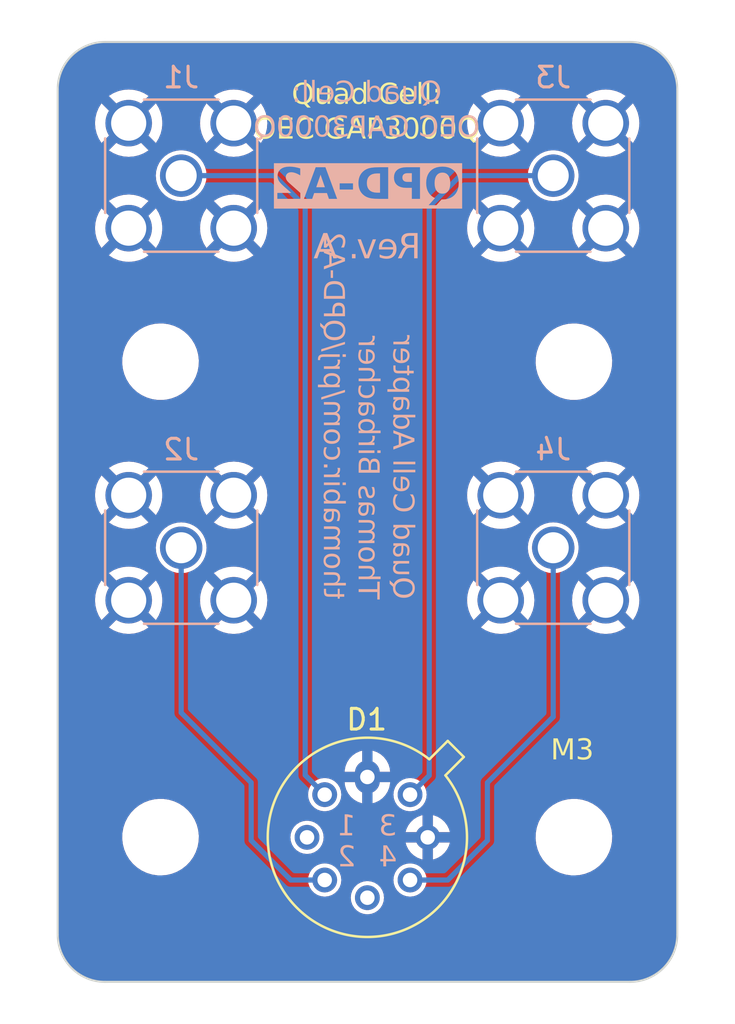
<source format=kicad_pcb>
(kicad_pcb (version 20221018) (generator pcbnew)
  (title_block (title "QPD-A2 Quad Cell Adapter") (date "2024-01-24") (rev "A") (company "Thomas Birbacher") (comment 1 "Quad Cell: OEC GAP3000Q") (comment 2 "Breaks out a TO-5-8 Quad Cell to four SMA connectors."))
  (layers (0 "F.Cu" signal) (31 "B.Cu" signal) (34 "B.Paste" user) (35 "F.Paste" user) (36 "B.SilkS" user "B.Silkscreen") (37 "F.SilkS" user "F.Silkscreen") (38 "B.Mask" user) (39 "F.Mask" user) (44 "Edge.Cuts" user))
  (net 0 "")
  (net 1 "Net-(D1-Anode_C)")
  (net 2 "Net-(D1-Anode_A)")
  (net 3 "Net-(D1-Anode_B)")
  (net 4 "Net-(D1-Anode_D)")
  (net 5 "GND")
  (footprint "MountingHole:MountingHole_3.2mm_M3_DIN965" (layer "F.Cu") (at 117.682 89.012)
    (fp_text reference "H4" hide)
    (fp_text value "MountingHole" hide)
    (pad "" np_thru_hole circle (at 0 0) (size 3.2 3.2) (drill 3.2) (layers "*.Cu" "*.Mask"))
  )
  (footprint "MountingHole:MountingHole_3.2mm_M3_DIN965" (layer "F.Cu") (at 97.682 66.012)
    (fp_text reference "H2" hide)
    (fp_text value "MountingHole" hide)
    (pad "" np_thru_hole circle (at 0 0) (size 3.2 3.2) (drill 3.2) (layers "*.Cu" "*.Mask"))
  )
  (footprint "MountingHole:MountingHole_3.2mm_M3_DIN965" (layer "F.Cu") (at 117.682 66.012)
    (fp_text reference "H1" hide)
    (fp_text value "MountingHole" hide)
    (pad "" np_thru_hole circle (at 0 0) (size 3.2 3.2) (drill 3.2) (layers "*.Cu" "*.Mask"))
  )
  (footprint "MountingHole:MountingHole_3.2mm_M3_DIN965" (layer "F.Cu") (at 97.682 89.012)
    (fp_text reference "H3" hide)
    (fp_text value "MountingHole" hide)
    (pad "" np_thru_hole circle (at 0 0) (size 3.2 3.2) (drill 3.2) (layers "*.Cu" "*.Mask"))
  )
  (footprint "user_Package_TO_SOT_THT:TO-5-8 OEC GAPQ3000" (layer "F.Cu") (at 107.698 89.072267 -45)
    (fp_text reference "D1" (at -4.091509 -4.032112 180) (layer "F.SilkS"))
    (fp_text value "quadrant_photodiode" hide)
    (fp_line (start -0.592 -6.078784) (end -0.592 -4.818784) (stroke (width 0.12)) (layer "F.SilkS"))
    (fp_line (start 0.508 -6.078784) (end -0.592 -6.078784) (stroke (width 0.12)) (layer "F.SilkS"))
    (fp_line (start 0.508 -4.818784) (end 0.508 -6.078784) (stroke (width 0.12)) (layer "F.SilkS"))
    (fp_arc (start 0.508 -4.818784) (mid -0.042186 4.789733) (end -0.591636 -4.818826) (stroke (width 0.12)) (layer "F.SilkS"))
    (pad "1" thru_hole oval (at -0.042 -2.950267 270) (size 1.2 1.2) (drill 0.7) (layers "*.Cu" "*.Mask") (net 1 "Net-(D1-Anode_C)"))
    (pad "2" thru_hole oval (at -2.106752 -2.095019 270) (size 1.6 1.2) (drill 0.7) (layers "*.Cu" "*.Mask") (net 5 "GND"))
    (pad "3" thru_hole oval (at -2.962 -0.030267 270) (size 1.2 1.2) (drill 0.7) (layers "*.Cu" "*.Mask") (net 2 "Net-(D1-Anode_A)"))
    (pad "4" thru_hole oval (at -2.106752 2.034485 270) (size 1.2 1.2) (drill 0.7) (layers "*.Cu" "*.Mask"))
    (pad "5" thru_hole oval (at -0.042 2.889733 270) (size 1.2 1.2) (drill 0.7) (layers "*.Cu" "*.Mask") (net 3 "Net-(D1-Anode_B)"))
    (pad "6" thru_hole oval (at 2.022752 2.034485 270) (size 1.2 1.2) (drill 0.7) (layers "*.Cu" "*.Mask"))
    (pad "7" thru_hole oval (at 2.878 -0.030267 270) (size 1.2 1.2) (drill 0.7) (layers "*.Cu" "*.Mask") (net 4 "Net-(D1-Anode_D)"))
    (pad "8" thru_hole oval (at 2.022752 -2.095019 270) (size 1.2 1.2) (drill 0.7) (layers "*.Cu" "*.Mask") (net 5 "GND"))
  )
  (footprint "Connector_Coaxial:SMA_Amphenol_132134_Vertical" (layer "B.Cu") (at 98.682 75.012 180)
    (fp_text reference "J2" (at 0 4.75) (layer "B.SilkS") (effects (justify mirror)))
    (fp_text value "SMA" hide)
    (fp_line (start -3.68 1.8) (end -3.68 -1.8) (stroke (width 0.12)) (layer "B.SilkS"))
    (fp_line (start -1.8 -3.68) (end 1.8 -3.68) (stroke (width 0.12)) (layer "B.SilkS"))
    (fp_line (start -1.8 3.68) (end 1.8 3.68) (stroke (width 0.12)) (layer "B.SilkS"))
    (fp_line (start 3.68 1.8) (end 3.68 -1.8) (stroke (width 0.12)) (layer "B.SilkS"))
    (pad "1" thru_hole circle (at 0 0 180) (size 2.05 2.05) (drill 1.5) (layers "*.Cu" "*.Mask") (net 3 "Net-(D1-Anode_B)"))
    (pad "2" thru_hole circle (at -2.54 -2.54 180) (size 2.25 2.25) (drill 1.7) (layers "*.Cu" "*.Mask") (net 5 "GND"))
    (pad "2" thru_hole circle (at -2.54 2.54 180) (size 2.25 2.25) (drill 1.7) (layers "*.Cu" "*.Mask") (net 5 "GND"))
    (pad "2" thru_hole circle (at 2.54 -2.54 180) (size 2.25 2.25) (drill 1.7) (layers "*.Cu" "*.Mask") (net 5 "GND"))
    (pad "2" thru_hole circle (at 2.54 2.54 180) (size 2.25 2.25) (drill 1.7) (layers "*.Cu" "*.Mask") (net 5 "GND"))
  )
  (footprint "Connector_Coaxial:SMA_Amphenol_132134_Vertical" (layer "B.Cu") (at 116.682 75.012 180)
    (fp_text reference "J4" (at 0 4.75) (layer "B.SilkS") (effects (justify mirror)))
    (fp_text value "SMA" hide)
    (fp_line (start -3.68 1.8) (end -3.68 -1.8) (stroke (width 0.12)) (layer "B.SilkS"))
    (fp_line (start -1.8 -3.68) (end 1.8 -3.68) (stroke (width 0.12)) (layer "B.SilkS"))
    (fp_line (start -1.8 3.68) (end 1.8 3.68) (stroke (width 0.12)) (layer "B.SilkS"))
    (fp_line (start 3.68 1.8) (end 3.68 -1.8) (stroke (width 0.12)) (layer "B.SilkS"))
    (pad "1" thru_hole circle (at 0 0 180) (size 2.05 2.05) (drill 1.5) (layers "*.Cu" "*.Mask") (net 4 "Net-(D1-Anode_D)"))
    (pad "2" thru_hole circle (at -2.54 -2.54 180) (size 2.25 2.25) (drill 1.7) (layers "*.Cu" "*.Mask") (net 5 "GND"))
    (pad "2" thru_hole circle (at -2.54 2.54 180) (size 2.25 2.25) (drill 1.7) (layers "*.Cu" "*.Mask") (net 5 "GND"))
    (pad "2" thru_hole circle (at 2.54 -2.54 180) (size 2.25 2.25) (drill 1.7) (layers "*.Cu" "*.Mask") (net 5 "GND"))
    (pad "2" thru_hole circle (at 2.54 2.54 180) (size 2.25 2.25) (drill 1.7) (layers "*.Cu" "*.Mask") (net 5 "GND"))
  )
  (footprint "Connector_Coaxial:SMA_Amphenol_132134_Vertical" (layer "B.Cu") (at 98.682 57.012 180)
    (fp_text reference "J1" (at 0 4.75) (layer "B.SilkS") (effects (justify mirror)))
    (fp_text value "SMA" hide)
    (fp_line (start -3.68 1.8) (end -3.68 -1.8) (stroke (width 0.12)) (layer "B.SilkS"))
    (fp_line (start -1.8 -3.68) (end 1.8 -3.68) (stroke (width 0.12)) (layer "B.SilkS"))
    (fp_line (start -1.8 3.68) (end 1.8 3.68) (stroke (width 0.12)) (layer "B.SilkS"))
    (fp_line (start 3.68 1.8) (end 3.68 -1.8) (stroke (width 0.12)) (layer "B.SilkS"))
    (pad "1" thru_hole circle (at 0 0 180) (size 2.05 2.05) (drill 1.5) (layers "*.Cu" "*.Mask") (net 2 "Net-(D1-Anode_A)"))
    (pad "2" thru_hole circle (at -2.54 -2.54 180) (size 2.25 2.25) (drill 1.7) (layers "*.Cu" "*.Mask") (net 5 "GND"))
    (pad "2" thru_hole circle (at -2.54 2.54 180) (size 2.25 2.25) (drill 1.7) (layers "*.Cu" "*.Mask") (net 5 "GND"))
    (pad "2" thru_hole circle (at 2.54 -2.54 180) (size 2.25 2.25) (drill 1.7) (layers "*.Cu" "*.Mask") (net 5 "GND"))
    (pad "2" thru_hole circle (at 2.54 2.54 180) (size 2.25 2.25) (drill 1.7) (layers "*.Cu" "*.Mask") (net 5 "GND"))
  )
  (footprint "Connector_Coaxial:SMA_Amphenol_132134_Vertical" (layer "B.Cu") (at 116.682 57.012 180)
    (fp_text reference "J3" (at 0 4.75) (layer "B.SilkS") (effects (justify mirror)))
    (fp_text value "SMA" hide)
    (fp_line (start -3.68 1.8) (end -3.68 -1.8) (stroke (width 0.12)) (layer "B.SilkS"))
    (fp_line (start -1.8 -3.68) (end 1.8 -3.68) (stroke (width 0.12)) (layer "B.SilkS"))
    (fp_line (start -1.8 3.68) (end 1.8 3.68) (stroke (width 0.12)) (layer "B.SilkS"))
    (fp_line (start 3.68 1.8) (end 3.68 -1.8) (stroke (width 0.12)) (layer "B.SilkS"))
    (pad "1" thru_hole circle (at 0 0 180) (size 2.05 2.05) (drill 1.5) (layers "*.Cu" "*.Mask") (net 1 "Net-(D1-Anode_C)"))
    (pad "2" thru_hole circle (at -2.54 -2.54 180) (size 2.25 2.25) (drill 1.7) (layers "*.Cu" "*.Mask") (net 5 "GND"))
    (pad "2" thru_hole circle (at -2.54 2.54 180) (size 2.25 2.25) (drill 1.7) (layers "*.Cu" "*.Mask") (net 5 "GND"))
    (pad "2" thru_hole circle (at 2.54 -2.54 180) (size 2.25 2.25) (drill 1.7) (layers "*.Cu" "*.Mask") (net 5 "GND"))
    (pad "2" thru_hole circle (at 2.54 2.54 180) (size 2.25 2.25) (drill 1.7) (layers "*.Cu" "*.Mask") (net 5 "GND"))
  )
  (gr_line (start 122.682 52.832) (end 122.682 93.726) (stroke (width 0.1)) (layer "Edge.Cuts"))
  (gr_arc (start 120.396 50.546) (mid 122.012446 51.215554) (end 122.682 52.832) (stroke (width 0.1)) (layer "Edge.Cuts"))
  (gr_line (start 94.996 50.546) (end 120.396 50.546) (stroke (width 0.1)) (layer "Edge.Cuts"))
  (gr_line (start 120.396 96.012) (end 94.996 96.012) (stroke (width 0.1)) (layer "Edge.Cuts"))
  (gr_arc (start 92.71 52.832) (mid 93.379554 51.215554) (end 94.996 50.546) (stroke (width 0.1)) (layer "Edge.Cuts"))
  (gr_line (start 92.71 93.726) (end 92.71 52.832) (stroke (width 0.1)) (layer "Edge.Cuts"))
  (gr_arc (start 122.682 93.726) (mid 122.012446 95.342446) (end 120.396 96.012) (stroke (width 0.1)) (layer "Edge.Cuts"))
  (gr_arc (start 94.996 96.012) (mid 93.379554 95.342446) (end 92.71 93.726) (stroke (width 0.1)) (layer "Edge.Cuts"))
  (gr_text "3" (at 108.682 88.512) (layer "B.SilkS") (effects (font (size 1 1) (thickness 0.1875)) (justify mirror)))
  (gr_text "Quad Cell Adapter\nThomas Birbacher\nthomabir.com/prj/QPD-A2" (at 107.682 77.512 270) (layer "B.SilkS") (effects (font (size 1 1) (thickness 0.125)) (justify left mirror)))
  (gr_text "1" (at 106.682 88.512) (layer "B.SilkS") (effects (font (size 1 1) (thickness 0.1875)) (justify mirror)))
  (gr_text "4" (at 108.682 90.012) (layer "B.SilkS") (effects (font (size 1 1) (thickness 0.1875)) (justify mirror)))
  (gr_text "2" (at 106.682 90.012) (layer "B.SilkS") (effects (font (size 1 1) (thickness 0.1875)) (justify mirror)))
  (gr_text "Quad Cell:\nOEC GAP3000Q" (at 107.656 53.864) (layer "B.SilkS") (effects (font (size 1 1) (thickness 0.125)) (justify mirror)))
  (gr_text "Rev. A" (at 107.682 60.512) (layer "B.SilkS") (effects (font (size 1.2 1.2) (thickness 0.125)) (justify mirror)))
  (gr_text "QPD-A2" (at 107.682 57.512) (layer "B.SilkS" knockout) (effects (font (size 1.5 1.5) (thickness 0.3) bold) (justify mirror)))
  (gr_text "M3" (at 117.602 84.836) (layer "F.SilkS") (effects (font (size 1 1) (thickness 0.1875))))
  (gr_text "Quad Cell:\nOEC GAP3000Q" (at 107.656 55.388) (layer "F.SilkS") (effects (font (size 1 1)) (justify bottom)))
  (segment (start 112.182 57.012) (end 116.682 57.012) (width 0.25) (layer "B.Cu") (net 1))
  (segment (start 110.682 86.02887) (end 110.682 58.512) (width 0.25) (layer "B.Cu") (net 1))
  (segment (start 110.682 58.512) (end 112.182 57.012) (width 0.25) (layer "B.Cu") (net 1))
  (segment (start 109.754455 86.956415) (end 110.682 86.02887) (width 0.25) (layer "B.Cu") (net 1))
  (segment (start 104.682 58.512) (end 103.182 57.012) (width 0.25) (layer "B.Cu") (net 2))
  (segment (start 103.182 57.012) (end 98.682 57.012) (width 0.25) (layer "B.Cu") (net 2))
  (segment (start 105.624952 86.956415) (end 104.682 86.013463) (width 0.25) (layer "B.Cu") (net 2))
  (segment (start 104.682 86.013463) (end 104.682 58.512) (width 0.25) (layer "B.Cu") (net 2))
  (segment (start 105.624952 91.085918) (end 103.983918 91.085918) (width 0.25) (layer "B.Cu") (net 3))
  (segment (start 98.682 82.99) (end 98.682 75.012) (width 0.25) (layer "B.Cu") (net 3))
  (segment (start 102.068 89.17) (end 102.068 86.376) (width 0.25) (layer "B.Cu") (net 3))
  (segment (start 103.983918 91.085918) (end 102.068 89.17) (width 0.25) (layer "B.Cu") (net 3))
  (segment (start 102.068 86.376) (end 98.682 82.99) (width 0.25) (layer "B.Cu") (net 3))
  (segment (start 113.498 89.17) (end 113.498 86.376) (width 0.25) (layer "B.Cu") (net 4))
  (segment (start 113.498 86.376) (end 116.682 83.192) (width 0.25) (layer "B.Cu") (net 4))
  (segment (start 109.754455 91.085918) (end 111.582082 91.085918) (width 0.25) (layer "B.Cu") (net 4))
  (segment (start 116.682 83.192) (end 116.682 75.012) (width 0.25) (layer "B.Cu") (net 4))
  (segment (start 111.582082 91.085918) (end 113.498 89.17) (width 0.25) (layer "B.Cu") (net 4))
  (zone (net 5) (net_name "GND") (layers "F&B.Cu") (connect_pads (clearance 0.2)) (min_thickness 0.25) (fill yes (thermal_gap 0.5) (thermal_bridge_width 0.5))
    (polygon (pts (xy 89.916 48.514) (xy 125.476 48.514) (xy 125.476 98.044) (xy 89.916 98.044)))
  )
)
</source>
